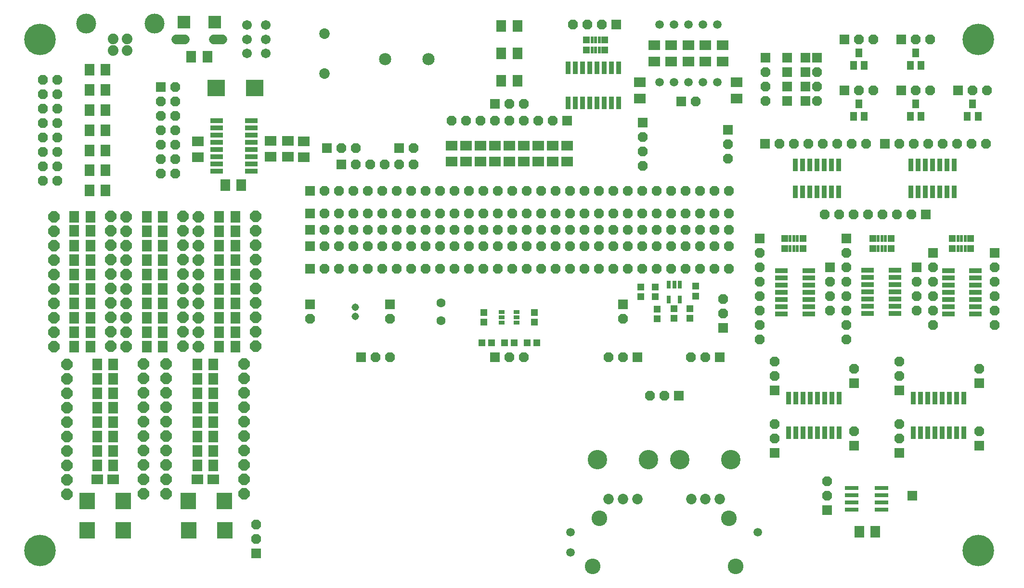
<source format=gbr>
G04 EAGLE Gerber RS-274X export*
G75*
%MOMM*%
%FSLAX34Y34*%
%LPD*%
%INSoldermask Bottom*%
%IPPOS*%
%AMOC8*
5,1,8,0,0,1.08239X$1,22.5*%
G01*
%ADD10R,1.803200X2.006200*%
%ADD11P,2.144431X8X202.500000*%
%ADD12P,2.144431X8X22.500000*%
%ADD13R,1.803200X2.003200*%
%ADD14R,2.153200X1.703200*%
%ADD15R,2.753200X2.903200*%
%ADD16R,2.203200X2.203200*%
%ADD17C,1.711200*%
%ADD18C,1.711200*%
%ADD19P,1.869504X8X292.500000*%
%ADD20C,5.537200*%
%ADD21R,1.727200X1.727200*%
%ADD22C,1.879600*%
%ADD23C,3.505200*%
%ADD24R,2.260600X0.812800*%
%ADD25P,1.869504X8X22.500000*%
%ADD26R,0.812800X2.260600*%
%ADD27P,1.869504X8X112.500000*%
%ADD28R,0.863600X2.235200*%
%ADD29P,1.869504X8X202.500000*%
%ADD30R,1.703200X1.703200*%
%ADD31R,1.203200X1.603200*%
%ADD32R,2.403200X0.803200*%
%ADD33C,1.511200*%
%ADD34C,2.753200*%
%ADD35C,3.419200*%
%ADD36C,1.853200*%
%ADD37C,1.311200*%
%ADD38R,1.003200X0.713200*%
%ADD39R,1.303200X1.203200*%
%ADD40R,1.203200X1.303200*%
%ADD41C,1.603200*%
%ADD42C,1.854200*%
%ADD43C,2.153200*%
%ADD44R,2.235200X0.863600*%
%ADD45R,2.006200X1.803200*%
%ADD46R,2.003200X1.803200*%
%ADD47R,3.153200X2.903200*%
%ADD48R,0.543200X1.203200*%
%ADD49R,1.203200X1.203200*%
%ADD50R,0.753200X1.403200*%


D10*
X138480Y637600D03*
X110040Y637600D03*
X265680Y637600D03*
X237240Y637600D03*
X393380Y637600D03*
X364940Y637600D03*
X138493Y612250D03*
X110053Y612250D03*
X265680Y612200D03*
X237240Y612200D03*
X393380Y612200D03*
X364940Y612200D03*
X138474Y586775D03*
X110034Y586775D03*
X265680Y586800D03*
X237240Y586800D03*
X393380Y586800D03*
X364940Y586800D03*
X138480Y561400D03*
X110040Y561400D03*
X265680Y561400D03*
X237240Y561400D03*
X393380Y561400D03*
X364940Y561400D03*
X138480Y536000D03*
X110040Y536000D03*
X265680Y536000D03*
X237240Y536000D03*
X393380Y536000D03*
X364940Y536000D03*
X138480Y510600D03*
X110040Y510600D03*
X265680Y510600D03*
X237240Y510600D03*
X393380Y510600D03*
X364940Y510600D03*
X138480Y485200D03*
X110040Y485200D03*
X265680Y485200D03*
X237240Y485200D03*
X393380Y485200D03*
X364940Y485200D03*
X138480Y459800D03*
X110040Y459800D03*
X265680Y459800D03*
X237240Y459800D03*
X393380Y459800D03*
X364940Y459800D03*
X138480Y434400D03*
X110040Y434400D03*
X265680Y434400D03*
X237240Y434400D03*
X393380Y434400D03*
X364940Y434400D03*
X138480Y409000D03*
X110040Y409000D03*
X265680Y409000D03*
X237240Y409000D03*
X393380Y409000D03*
X364940Y409000D03*
D11*
X74260Y409000D03*
X74260Y434400D03*
X74260Y459800D03*
X74260Y485200D03*
X74260Y510600D03*
X74260Y536000D03*
X74260Y561400D03*
X74260Y586800D03*
X74260Y612200D03*
X74260Y637600D03*
D12*
X174260Y637700D03*
X174260Y612300D03*
X174260Y586900D03*
X174260Y561500D03*
X174260Y536100D03*
X174260Y510700D03*
X174260Y485300D03*
X174260Y459900D03*
X174260Y434500D03*
X174260Y409100D03*
D11*
X201460Y409000D03*
X201460Y434400D03*
X201460Y459800D03*
X201460Y485200D03*
X201460Y510600D03*
X201460Y536000D03*
X201460Y561400D03*
X201460Y586800D03*
X201460Y612200D03*
X201460Y637600D03*
D12*
X301460Y637700D03*
X301460Y612300D03*
X301460Y586900D03*
X301460Y561500D03*
X301460Y536100D03*
X301460Y510700D03*
X301460Y485300D03*
X301460Y459900D03*
X301460Y434500D03*
X301460Y409100D03*
D11*
X328660Y409000D03*
X328660Y434400D03*
X328660Y459800D03*
X328660Y485200D03*
X328660Y510600D03*
X328660Y536000D03*
X328660Y561400D03*
X328660Y586800D03*
X328660Y612200D03*
X328660Y637600D03*
D12*
X428660Y637700D03*
X428660Y612300D03*
X428660Y586900D03*
X428660Y561500D03*
X428660Y536100D03*
X428660Y510700D03*
X428660Y485300D03*
X428660Y459900D03*
X428660Y434500D03*
X428660Y409100D03*
D11*
X271210Y149100D03*
X271210Y174500D03*
X271210Y199900D03*
X271210Y225300D03*
X271210Y250700D03*
X271210Y276100D03*
X271210Y301500D03*
X271210Y326900D03*
X271210Y352300D03*
X271210Y377700D03*
D12*
X408560Y377700D03*
X408560Y352300D03*
X408560Y326900D03*
X408560Y301500D03*
X408560Y276100D03*
X408560Y250700D03*
X408560Y225300D03*
X408560Y199900D03*
X408560Y174500D03*
X408560Y149100D03*
D11*
X96860Y149000D03*
X96860Y174400D03*
X96860Y199800D03*
X96860Y225200D03*
X96860Y250600D03*
X96860Y276000D03*
X96860Y301400D03*
X96860Y326800D03*
X96860Y352200D03*
X96860Y377600D03*
D12*
X231710Y377700D03*
X231710Y352300D03*
X231710Y326900D03*
X231710Y301500D03*
X231710Y276100D03*
X231710Y250700D03*
X231710Y225300D03*
X231710Y199900D03*
X231710Y174500D03*
X231710Y149100D03*
D13*
X326660Y377600D03*
X354660Y377600D03*
X150060Y377600D03*
X178060Y377600D03*
X326660Y352200D03*
X354660Y352200D03*
X150060Y352200D03*
X178060Y352200D03*
X326660Y326800D03*
X354660Y326800D03*
X150060Y326800D03*
X178060Y326800D03*
X326660Y301400D03*
X354660Y301400D03*
X150060Y301400D03*
X178060Y301400D03*
X326660Y276000D03*
X354660Y276000D03*
X150060Y276000D03*
X178060Y276000D03*
X326660Y250600D03*
X354660Y250600D03*
X150060Y250600D03*
X178060Y250600D03*
X326660Y225200D03*
X354660Y225200D03*
X150060Y225200D03*
X178060Y225200D03*
X326660Y199800D03*
X354660Y199800D03*
X150060Y199800D03*
X178060Y199800D03*
D14*
X326760Y175000D03*
X354260Y175000D03*
X150760Y175000D03*
X178260Y175000D03*
D15*
X310760Y137000D03*
X374260Y137000D03*
X132760Y137000D03*
X196260Y137000D03*
D16*
X357250Y979800D03*
X302750Y979800D03*
D17*
X355200Y949500D02*
X370280Y949500D01*
X304800Y949400D02*
X289720Y949400D01*
D18*
X413500Y925000D03*
X413490Y950000D03*
X413500Y975000D03*
X446500Y925000D03*
X446510Y950000D03*
X446500Y975000D03*
D10*
X315780Y919200D03*
X344220Y919200D03*
D19*
X54400Y878600D03*
X54400Y853200D03*
X54400Y827800D03*
X54400Y802400D03*
X54400Y777000D03*
X54400Y751600D03*
X79800Y878600D03*
X79800Y853200D03*
X79800Y827800D03*
X79800Y802400D03*
X79800Y777000D03*
X79800Y751600D03*
X54400Y726200D03*
X54400Y700800D03*
X79800Y726200D03*
X79800Y700800D03*
D10*
X165120Y895900D03*
X136680Y895900D03*
X165120Y860500D03*
X136680Y860500D03*
X165120Y825100D03*
X136680Y825100D03*
X165120Y789700D03*
X136680Y789700D03*
X165120Y754300D03*
X136680Y754300D03*
X165120Y718900D03*
X136680Y718900D03*
X165120Y683500D03*
X136680Y683500D03*
D20*
X1700000Y950000D03*
X1700000Y50000D03*
X50000Y950000D03*
X50000Y50000D03*
D21*
X262000Y865900D03*
D19*
X287400Y865900D03*
X262000Y840500D03*
X287400Y840500D03*
X262000Y815100D03*
X287400Y815100D03*
X262000Y789700D03*
X287400Y789700D03*
X262000Y764300D03*
X287400Y764300D03*
X262000Y738900D03*
X287400Y738900D03*
X262000Y713500D03*
X287400Y713500D03*
D22*
X178300Y930388D03*
X203300Y930388D03*
X203300Y950200D03*
X178300Y950200D03*
D23*
X130602Y977378D03*
X250998Y977378D03*
D24*
X1401606Y542400D03*
X1401606Y529700D03*
X1401606Y517000D03*
X1401606Y504300D03*
X1401606Y491600D03*
X1401606Y478900D03*
X1401606Y466200D03*
X1353600Y466200D03*
X1353600Y478900D03*
X1353600Y491600D03*
X1353600Y504300D03*
X1353600Y517000D03*
X1353600Y529700D03*
X1353600Y542400D03*
X1553106Y543400D03*
X1553106Y530700D03*
X1553106Y518000D03*
X1553106Y505300D03*
X1553106Y492600D03*
X1553106Y479900D03*
X1553106Y467200D03*
X1505100Y467200D03*
X1505100Y479900D03*
X1505100Y492600D03*
X1505100Y505300D03*
X1505100Y518000D03*
X1505100Y530700D03*
X1505100Y543400D03*
X1695006Y542400D03*
X1695006Y529700D03*
X1695006Y517000D03*
X1695006Y504300D03*
X1695006Y491600D03*
X1695006Y478900D03*
X1695006Y466200D03*
X1647000Y466200D03*
X1647000Y478900D03*
X1647000Y491600D03*
X1647000Y504300D03*
X1647000Y517000D03*
X1647000Y529700D03*
X1647000Y542400D03*
D21*
X1315400Y599000D03*
D25*
X1315400Y573600D03*
X1315400Y548200D03*
X1315400Y522800D03*
X1315400Y497400D03*
X1315400Y472000D03*
X1315400Y446600D03*
X1315400Y421200D03*
D21*
X1467800Y599000D03*
D25*
X1467800Y573600D03*
X1467800Y548200D03*
X1467800Y522800D03*
X1467800Y497400D03*
X1467800Y472000D03*
X1467800Y446600D03*
X1467800Y421200D03*
D26*
X1377700Y729006D03*
X1390400Y729006D03*
X1403100Y729006D03*
X1415800Y729006D03*
X1428500Y729006D03*
X1441200Y729006D03*
X1453900Y729006D03*
X1453900Y681000D03*
X1441200Y681000D03*
X1428500Y681000D03*
X1415800Y681000D03*
X1403100Y681000D03*
X1390400Y681000D03*
X1377700Y681000D03*
X1581600Y729006D03*
X1594300Y729006D03*
X1607000Y729006D03*
X1619700Y729006D03*
X1632400Y729006D03*
X1645100Y729006D03*
X1657800Y729006D03*
X1657800Y681000D03*
X1645100Y681000D03*
X1632400Y681000D03*
X1619700Y681000D03*
X1607000Y681000D03*
X1594300Y681000D03*
X1581600Y681000D03*
D21*
X1324800Y766200D03*
D27*
X1350200Y766200D03*
X1375600Y766200D03*
X1401000Y766200D03*
X1426400Y766200D03*
X1451800Y766200D03*
X1477200Y766200D03*
X1502600Y766200D03*
D21*
X1535700Y766200D03*
D27*
X1561100Y766200D03*
X1586500Y766200D03*
X1611900Y766200D03*
X1637300Y766200D03*
X1662700Y766200D03*
X1688100Y766200D03*
X1713500Y766200D03*
D21*
X1607700Y641700D03*
D19*
X1582300Y641700D03*
X1556900Y641700D03*
X1531500Y641700D03*
X1506100Y641700D03*
X1480700Y641700D03*
X1455300Y641700D03*
X1429900Y641700D03*
D28*
X1455050Y256866D03*
X1455050Y318334D03*
X1442350Y256866D03*
X1429650Y256866D03*
X1442350Y318334D03*
X1429650Y318334D03*
X1416950Y256866D03*
X1416950Y318334D03*
X1404250Y256866D03*
X1404250Y318334D03*
X1391550Y256866D03*
X1378850Y256866D03*
X1391550Y318334D03*
X1378850Y318334D03*
X1366150Y256866D03*
X1366150Y318334D03*
X1674050Y256866D03*
X1674050Y318334D03*
X1661350Y256866D03*
X1648650Y256866D03*
X1661350Y318334D03*
X1648650Y318334D03*
X1635950Y256866D03*
X1635950Y318334D03*
X1623250Y256866D03*
X1623250Y318334D03*
X1610550Y256866D03*
X1597850Y256866D03*
X1610550Y318334D03*
X1597850Y318334D03*
X1585150Y256866D03*
X1585150Y318334D03*
D21*
X1439400Y548200D03*
D25*
X1439400Y522800D03*
X1439400Y497400D03*
X1439400Y472000D03*
D21*
X1591800Y548200D03*
D25*
X1591800Y522800D03*
X1591800Y497400D03*
X1591800Y472000D03*
D21*
X1728300Y573600D03*
D25*
X1728300Y548200D03*
X1728300Y522800D03*
X1728300Y497400D03*
X1728300Y472000D03*
X1728300Y446600D03*
D21*
X1341300Y221800D03*
D29*
X1341300Y247200D03*
X1341300Y272600D03*
D21*
X1341300Y331800D03*
D29*
X1341300Y357200D03*
X1341300Y382600D03*
D21*
X1561300Y221800D03*
D29*
X1561300Y247200D03*
X1561300Y272600D03*
D21*
X1561300Y331800D03*
D29*
X1561300Y357200D03*
X1561300Y382600D03*
D21*
X1481300Y234500D03*
D29*
X1481300Y259900D03*
D21*
X1481300Y344500D03*
D29*
X1481300Y369900D03*
D21*
X1701300Y234500D03*
D29*
X1701300Y259900D03*
D21*
X1701300Y344500D03*
D29*
X1701300Y369900D03*
D21*
X1326000Y917800D03*
D25*
X1326000Y892400D03*
X1326000Y867000D03*
X1326000Y841600D03*
D21*
X1416000Y917800D03*
D25*
X1416000Y892400D03*
X1416000Y867000D03*
X1416000Y841600D03*
D30*
X1363900Y917700D03*
X1395900Y917700D03*
X1363900Y892300D03*
X1395900Y892300D03*
X1363900Y866900D03*
X1395900Y866900D03*
X1363900Y841500D03*
X1395900Y841500D03*
D31*
X1490000Y926000D03*
X1480500Y904000D03*
X1499500Y904000D03*
X1590000Y926000D03*
X1580500Y904000D03*
X1599500Y904000D03*
X1490000Y836000D03*
X1480500Y814000D03*
X1499500Y814000D03*
X1590000Y836000D03*
X1580500Y814000D03*
X1599500Y814000D03*
X1690000Y836000D03*
X1680500Y814000D03*
X1699500Y814000D03*
D21*
X1464600Y860000D03*
D27*
X1490000Y860000D03*
X1515400Y860000D03*
D21*
X1564600Y860000D03*
D27*
X1590000Y860000D03*
X1615400Y860000D03*
D21*
X1664600Y860000D03*
D27*
X1690000Y860000D03*
X1715400Y860000D03*
D21*
X1464600Y950000D03*
D27*
X1490000Y950000D03*
X1515400Y950000D03*
D21*
X1564600Y950000D03*
D27*
X1590000Y950000D03*
X1615400Y950000D03*
D32*
X1477294Y134664D03*
X1529294Y134664D03*
X1477294Y121964D03*
X1477294Y147364D03*
X1477294Y160064D03*
X1529294Y121964D03*
X1529294Y147364D03*
X1529294Y160064D03*
D13*
X1518794Y82814D03*
X1490794Y82814D03*
D21*
X1433894Y120414D03*
D29*
X1433894Y145814D03*
X1433894Y171214D03*
D21*
X1583894Y145814D03*
X1620200Y573600D03*
D25*
X1620200Y548200D03*
X1620200Y522800D03*
X1620200Y497400D03*
X1620200Y472000D03*
X1620200Y446600D03*
D21*
X430000Y44600D03*
D29*
X430000Y70000D03*
X430000Y95400D03*
D21*
X614600Y390000D03*
D27*
X640000Y390000D03*
X665400Y390000D03*
D33*
X982500Y81500D03*
X982500Y46500D03*
X1312500Y81500D03*
D34*
X1021500Y22000D03*
X1273500Y22000D03*
X1033500Y106000D03*
X1261500Y106000D03*
D35*
X1030000Y210000D03*
X1120000Y210000D03*
D36*
X1075000Y140000D03*
X1050000Y140000D03*
X1100000Y140000D03*
D35*
X1175000Y210000D03*
X1265000Y210000D03*
D36*
X1220000Y140000D03*
X1195000Y140000D03*
X1245000Y140000D03*
D21*
X1172900Y322500D03*
D19*
X1147500Y322500D03*
X1122100Y322500D03*
D21*
X1100400Y390000D03*
D19*
X1075000Y390000D03*
X1049600Y390000D03*
D21*
X1245400Y390000D03*
D19*
X1220000Y390000D03*
X1194600Y390000D03*
D37*
X604000Y462000D03*
X604000Y478000D03*
D21*
X525000Y482700D03*
D25*
X525000Y457300D03*
D38*
X862000Y450500D03*
X862000Y460000D03*
X862000Y469500D03*
X888000Y469500D03*
X888000Y460000D03*
X888000Y450500D03*
D21*
X849600Y390000D03*
D27*
X875000Y390000D03*
X900400Y390000D03*
D39*
X919000Y451400D03*
X919000Y468400D03*
X830000Y468600D03*
X830000Y451600D03*
D40*
X843600Y415000D03*
X826600Y415000D03*
D21*
X665000Y482700D03*
D25*
X665000Y457300D03*
D21*
X1075000Y482700D03*
D25*
X1075000Y457300D03*
D41*
X755000Y486000D03*
X755000Y454000D03*
D21*
X524700Y546000D03*
D27*
X550100Y546000D03*
X575500Y546000D03*
X600900Y546000D03*
X626300Y546000D03*
X651700Y546000D03*
X677100Y546000D03*
X702500Y546000D03*
X727900Y546000D03*
X753300Y546000D03*
X778700Y546000D03*
X804100Y546000D03*
X829500Y546000D03*
X854900Y546000D03*
X880300Y546000D03*
X905700Y546000D03*
X931100Y546000D03*
X956500Y546000D03*
X981900Y546000D03*
X1007300Y546000D03*
X1032700Y546000D03*
X1058100Y546000D03*
X1083500Y546000D03*
X1108900Y546000D03*
X1134300Y546000D03*
X1159700Y546000D03*
X1185100Y546000D03*
X1210500Y546000D03*
X1235900Y546000D03*
X1261300Y546000D03*
D21*
X524700Y585400D03*
D27*
X550100Y585400D03*
X575500Y585400D03*
X600900Y585400D03*
X626300Y585400D03*
X651700Y585400D03*
X677100Y585400D03*
X702500Y585400D03*
X727900Y585400D03*
X753300Y585400D03*
X778700Y585400D03*
X804100Y585400D03*
X829500Y585400D03*
X854900Y585400D03*
X880300Y585400D03*
X905700Y585400D03*
X931100Y585400D03*
X956500Y585400D03*
X981900Y585400D03*
X1007300Y585400D03*
X1032700Y585400D03*
X1058100Y585400D03*
X1083500Y585400D03*
X1108900Y585400D03*
X1134300Y585400D03*
X1159700Y585400D03*
X1185100Y585400D03*
X1210500Y585400D03*
X1235900Y585400D03*
X1261300Y585400D03*
D21*
X524700Y614400D03*
D27*
X550100Y614400D03*
X575500Y614400D03*
X600900Y614400D03*
X626300Y614400D03*
X651700Y614400D03*
X677100Y614400D03*
X702500Y614400D03*
X727900Y614400D03*
X753300Y614400D03*
X778700Y614400D03*
X804100Y614400D03*
X829500Y614400D03*
X854900Y614400D03*
X880300Y614400D03*
X905700Y614400D03*
X931100Y614400D03*
X956500Y614400D03*
X981900Y614400D03*
X1007300Y614400D03*
X1032700Y614400D03*
X1058100Y614400D03*
X1083500Y614400D03*
X1108900Y614400D03*
X1134300Y614400D03*
X1159700Y614400D03*
X1185100Y614400D03*
X1210500Y614400D03*
X1235900Y614400D03*
X1261300Y614400D03*
D21*
X524700Y643400D03*
D27*
X550100Y643400D03*
X575500Y643400D03*
X600900Y643400D03*
X626300Y643400D03*
X651700Y643400D03*
X677100Y643400D03*
X702500Y643400D03*
X727900Y643400D03*
X753300Y643400D03*
X778700Y643400D03*
X804100Y643400D03*
X829500Y643400D03*
X854900Y643400D03*
X880300Y643400D03*
X905700Y643400D03*
X931100Y643400D03*
X956500Y643400D03*
X981900Y643400D03*
X1007300Y643400D03*
X1032700Y643400D03*
X1058100Y643400D03*
X1083500Y643400D03*
X1108900Y643400D03*
X1134300Y643400D03*
X1159700Y643400D03*
X1185100Y643400D03*
X1210500Y643400D03*
X1235900Y643400D03*
X1261300Y643400D03*
D21*
X524700Y682800D03*
D27*
X550100Y682800D03*
X575500Y682800D03*
X600900Y682800D03*
X626300Y682800D03*
X651700Y682800D03*
X677100Y682800D03*
X702500Y682800D03*
X727900Y682800D03*
X753300Y682800D03*
X778700Y682800D03*
X804100Y682800D03*
X829500Y682800D03*
X854900Y682800D03*
X880300Y682800D03*
X905700Y682800D03*
X931100Y682800D03*
X956500Y682800D03*
X981900Y682800D03*
X1007300Y682800D03*
X1032700Y682800D03*
X1058100Y682800D03*
X1083500Y682800D03*
X1108900Y682800D03*
X1134300Y682800D03*
X1159700Y682800D03*
X1185100Y682800D03*
X1210500Y682800D03*
X1235900Y682800D03*
X1261300Y682800D03*
D42*
X549972Y959948D03*
X549972Y889844D03*
D21*
X554600Y758000D03*
D27*
X580000Y758000D03*
X605400Y758000D03*
D43*
X657000Y915000D03*
X733000Y915000D03*
D21*
X681600Y758000D03*
D27*
X707000Y758000D03*
D33*
X1215400Y975800D03*
X1190000Y975800D03*
X1164600Y975800D03*
X1240800Y975800D03*
X1139200Y975800D03*
X1215400Y874200D03*
X1190000Y874200D03*
X1164600Y874200D03*
X1240800Y874200D03*
X1139200Y874200D03*
D44*
X421734Y806450D03*
X360266Y806450D03*
X421734Y793750D03*
X421734Y781050D03*
X360266Y793750D03*
X360266Y781050D03*
X421734Y768350D03*
X360266Y768350D03*
X421734Y755650D03*
X360266Y755650D03*
X421734Y742950D03*
X421734Y730250D03*
X360266Y742950D03*
X360266Y730250D03*
X421734Y717550D03*
X360266Y717550D03*
D45*
X1130000Y939220D03*
X1130000Y910780D03*
X1160000Y939220D03*
X1160000Y910780D03*
X1105000Y874220D03*
X1105000Y845780D03*
X1275000Y874220D03*
X1275000Y845780D03*
X1190000Y910780D03*
X1190000Y939220D03*
X1250000Y939220D03*
X1250000Y910780D03*
X1220000Y939220D03*
X1220000Y910780D03*
D28*
X978550Y899734D03*
X978550Y838266D03*
X991250Y899734D03*
X1003950Y899734D03*
X991250Y838266D03*
X1003950Y838266D03*
X1016650Y899734D03*
X1016650Y838266D03*
X1029350Y899734D03*
X1029350Y838266D03*
X1042050Y899734D03*
X1054750Y899734D03*
X1042050Y838266D03*
X1054750Y838266D03*
X1067450Y899734D03*
X1067450Y838266D03*
D45*
X773200Y762720D03*
X773200Y734280D03*
X798600Y762720D03*
X798600Y734280D03*
X824000Y762720D03*
X824000Y734280D03*
X849400Y762720D03*
X849400Y734280D03*
X874800Y762720D03*
X874800Y734280D03*
X900200Y762720D03*
X900200Y734280D03*
X925600Y762720D03*
X925600Y734280D03*
X951000Y762720D03*
X951000Y734280D03*
X976400Y762720D03*
X976400Y734280D03*
D21*
X976400Y806300D03*
D19*
X951000Y806300D03*
X925600Y806300D03*
X900200Y806300D03*
X874800Y806300D03*
X849400Y806300D03*
X824000Y806300D03*
X798600Y806300D03*
X773200Y806300D03*
D10*
X860780Y877000D03*
X889220Y877000D03*
X860780Y925000D03*
X889220Y925000D03*
X860780Y973000D03*
X889220Y973000D03*
D21*
X849600Y836000D03*
D27*
X875000Y836000D03*
X900400Y836000D03*
D21*
X1063100Y976000D03*
D19*
X1037700Y976000D03*
X1012300Y976000D03*
X986900Y976000D03*
D21*
X1177300Y840000D03*
D27*
X1202700Y840000D03*
D21*
X1260000Y790400D03*
D25*
X1260000Y765000D03*
X1260000Y739600D03*
D21*
X1110000Y803100D03*
D25*
X1110000Y777700D03*
X1110000Y752300D03*
X1110000Y726900D03*
D21*
X580000Y729600D03*
D27*
X605400Y729600D03*
X630800Y729600D03*
X656200Y729600D03*
X681600Y729600D03*
X707000Y729600D03*
D46*
X327000Y770000D03*
X327000Y742000D03*
X455000Y771000D03*
X455000Y743000D03*
D13*
X404000Y693000D03*
X376000Y693000D03*
D46*
X514000Y742000D03*
X514000Y770000D03*
D47*
X427000Y864000D03*
X359500Y864000D03*
D45*
X486000Y771220D03*
X486000Y742780D03*
D48*
X1375400Y599100D03*
X1381800Y599100D03*
X1369000Y599100D03*
D49*
X1359400Y599100D03*
X1391400Y599100D03*
D48*
X1375400Y581100D03*
X1369000Y581100D03*
X1381800Y581100D03*
D49*
X1391400Y581100D03*
X1359400Y581100D03*
D48*
X1530400Y599100D03*
X1536800Y599100D03*
X1524000Y599100D03*
D49*
X1514400Y599100D03*
X1546400Y599100D03*
D48*
X1530400Y581100D03*
X1524000Y581100D03*
X1536800Y581100D03*
D49*
X1546400Y581100D03*
X1514400Y581100D03*
D48*
X1670400Y599100D03*
X1676800Y599100D03*
X1664000Y599100D03*
D49*
X1654400Y599100D03*
X1686400Y599100D03*
D48*
X1670400Y581100D03*
X1664000Y581100D03*
X1676800Y581100D03*
D49*
X1686400Y581100D03*
X1654400Y581100D03*
D48*
X1027000Y949000D03*
X1033400Y949000D03*
X1020600Y949000D03*
D49*
X1011000Y949000D03*
X1043000Y949000D03*
D48*
X1027000Y931000D03*
X1020600Y931000D03*
X1033400Y931000D03*
D49*
X1043000Y931000D03*
X1011000Y931000D03*
D39*
X1131500Y496700D03*
X1131500Y513700D03*
D50*
X1155800Y517601D03*
X1165300Y517601D03*
X1174800Y517601D03*
X1174800Y491599D03*
X1155800Y491599D03*
D39*
X1106725Y496700D03*
X1106725Y513700D03*
X1202475Y514900D03*
X1202475Y497900D03*
X1192925Y458175D03*
X1192925Y475175D03*
X1164925Y458250D03*
X1164925Y475250D03*
X1135100Y457575D03*
X1135100Y474575D03*
D21*
X1250950Y441325D03*
D29*
X1250950Y466725D03*
X1250950Y492125D03*
D40*
X923600Y415000D03*
X906600Y415000D03*
X883600Y415000D03*
X866600Y415000D03*
D15*
X311010Y85000D03*
X374510Y85000D03*
X133010Y85000D03*
X196510Y85000D03*
M02*

</source>
